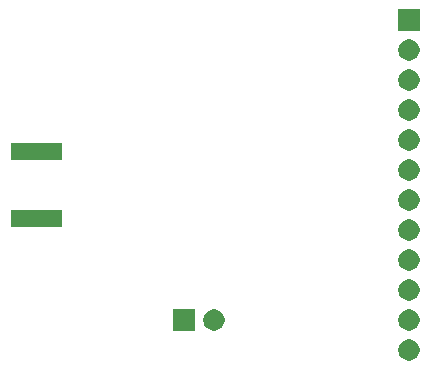
<source format=gbr>
G04 #@! TF.GenerationSoftware,KiCad,Pcbnew,(5.1.5)-3*
G04 #@! TF.CreationDate,2020-06-27T17:11:00-04:00*
G04 #@! TF.ProjectId,BreakoutSI4463PRORev2,42726561-6b6f-4757-9453-493434363350,rev?*
G04 #@! TF.SameCoordinates,Original*
G04 #@! TF.FileFunction,Soldermask,Bot*
G04 #@! TF.FilePolarity,Negative*
%FSLAX46Y46*%
G04 Gerber Fmt 4.6, Leading zero omitted, Abs format (unit mm)*
G04 Created by KiCad (PCBNEW (5.1.5)-3) date 2020-06-27 17:11:00*
%MOMM*%
%LPD*%
G04 APERTURE LIST*
%ADD10C,0.100000*%
G04 APERTURE END LIST*
D10*
G36*
X147433512Y-118483927D02*
G01*
X147582812Y-118513624D01*
X147746784Y-118581544D01*
X147894354Y-118680147D01*
X148019853Y-118805646D01*
X148118456Y-118953216D01*
X148186376Y-119117188D01*
X148221000Y-119291259D01*
X148221000Y-119468741D01*
X148186376Y-119642812D01*
X148118456Y-119806784D01*
X148019853Y-119954354D01*
X147894354Y-120079853D01*
X147746784Y-120178456D01*
X147582812Y-120246376D01*
X147433512Y-120276073D01*
X147408742Y-120281000D01*
X147231258Y-120281000D01*
X147206488Y-120276073D01*
X147057188Y-120246376D01*
X146893216Y-120178456D01*
X146745646Y-120079853D01*
X146620147Y-119954354D01*
X146521544Y-119806784D01*
X146453624Y-119642812D01*
X146419000Y-119468741D01*
X146419000Y-119291259D01*
X146453624Y-119117188D01*
X146521544Y-118953216D01*
X146620147Y-118805646D01*
X146745646Y-118680147D01*
X146893216Y-118581544D01*
X147057188Y-118513624D01*
X147206488Y-118483927D01*
X147231258Y-118479000D01*
X147408742Y-118479000D01*
X147433512Y-118483927D01*
G37*
G36*
X147433512Y-115943927D02*
G01*
X147582812Y-115973624D01*
X147746784Y-116041544D01*
X147894354Y-116140147D01*
X148019853Y-116265646D01*
X148118456Y-116413216D01*
X148186376Y-116577188D01*
X148221000Y-116751259D01*
X148221000Y-116928741D01*
X148186376Y-117102812D01*
X148118456Y-117266784D01*
X148019853Y-117414354D01*
X147894354Y-117539853D01*
X147746784Y-117638456D01*
X147582812Y-117706376D01*
X147433512Y-117736073D01*
X147408742Y-117741000D01*
X147231258Y-117741000D01*
X147206488Y-117736073D01*
X147057188Y-117706376D01*
X146893216Y-117638456D01*
X146745646Y-117539853D01*
X146620147Y-117414354D01*
X146521544Y-117266784D01*
X146453624Y-117102812D01*
X146419000Y-116928741D01*
X146419000Y-116751259D01*
X146453624Y-116577188D01*
X146521544Y-116413216D01*
X146620147Y-116265646D01*
X146745646Y-116140147D01*
X146893216Y-116041544D01*
X147057188Y-115973624D01*
X147206488Y-115943927D01*
X147231258Y-115939000D01*
X147408742Y-115939000D01*
X147433512Y-115943927D01*
G37*
G36*
X129171000Y-117741000D02*
G01*
X127369000Y-117741000D01*
X127369000Y-115939000D01*
X129171000Y-115939000D01*
X129171000Y-117741000D01*
G37*
G36*
X130923512Y-115943927D02*
G01*
X131072812Y-115973624D01*
X131236784Y-116041544D01*
X131384354Y-116140147D01*
X131509853Y-116265646D01*
X131608456Y-116413216D01*
X131676376Y-116577188D01*
X131711000Y-116751259D01*
X131711000Y-116928741D01*
X131676376Y-117102812D01*
X131608456Y-117266784D01*
X131509853Y-117414354D01*
X131384354Y-117539853D01*
X131236784Y-117638456D01*
X131072812Y-117706376D01*
X130923512Y-117736073D01*
X130898742Y-117741000D01*
X130721258Y-117741000D01*
X130696488Y-117736073D01*
X130547188Y-117706376D01*
X130383216Y-117638456D01*
X130235646Y-117539853D01*
X130110147Y-117414354D01*
X130011544Y-117266784D01*
X129943624Y-117102812D01*
X129909000Y-116928741D01*
X129909000Y-116751259D01*
X129943624Y-116577188D01*
X130011544Y-116413216D01*
X130110147Y-116265646D01*
X130235646Y-116140147D01*
X130383216Y-116041544D01*
X130547188Y-115973624D01*
X130696488Y-115943927D01*
X130721258Y-115939000D01*
X130898742Y-115939000D01*
X130923512Y-115943927D01*
G37*
G36*
X147433512Y-113403927D02*
G01*
X147582812Y-113433624D01*
X147746784Y-113501544D01*
X147894354Y-113600147D01*
X148019853Y-113725646D01*
X148118456Y-113873216D01*
X148186376Y-114037188D01*
X148221000Y-114211259D01*
X148221000Y-114388741D01*
X148186376Y-114562812D01*
X148118456Y-114726784D01*
X148019853Y-114874354D01*
X147894354Y-114999853D01*
X147746784Y-115098456D01*
X147582812Y-115166376D01*
X147433512Y-115196073D01*
X147408742Y-115201000D01*
X147231258Y-115201000D01*
X147206488Y-115196073D01*
X147057188Y-115166376D01*
X146893216Y-115098456D01*
X146745646Y-114999853D01*
X146620147Y-114874354D01*
X146521544Y-114726784D01*
X146453624Y-114562812D01*
X146419000Y-114388741D01*
X146419000Y-114211259D01*
X146453624Y-114037188D01*
X146521544Y-113873216D01*
X146620147Y-113725646D01*
X146745646Y-113600147D01*
X146893216Y-113501544D01*
X147057188Y-113433624D01*
X147206488Y-113403927D01*
X147231258Y-113399000D01*
X147408742Y-113399000D01*
X147433512Y-113403927D01*
G37*
G36*
X147433512Y-110863927D02*
G01*
X147582812Y-110893624D01*
X147746784Y-110961544D01*
X147894354Y-111060147D01*
X148019853Y-111185646D01*
X148118456Y-111333216D01*
X148186376Y-111497188D01*
X148221000Y-111671259D01*
X148221000Y-111848741D01*
X148186376Y-112022812D01*
X148118456Y-112186784D01*
X148019853Y-112334354D01*
X147894354Y-112459853D01*
X147746784Y-112558456D01*
X147582812Y-112626376D01*
X147433512Y-112656073D01*
X147408742Y-112661000D01*
X147231258Y-112661000D01*
X147206488Y-112656073D01*
X147057188Y-112626376D01*
X146893216Y-112558456D01*
X146745646Y-112459853D01*
X146620147Y-112334354D01*
X146521544Y-112186784D01*
X146453624Y-112022812D01*
X146419000Y-111848741D01*
X146419000Y-111671259D01*
X146453624Y-111497188D01*
X146521544Y-111333216D01*
X146620147Y-111185646D01*
X146745646Y-111060147D01*
X146893216Y-110961544D01*
X147057188Y-110893624D01*
X147206488Y-110863927D01*
X147231258Y-110859000D01*
X147408742Y-110859000D01*
X147433512Y-110863927D01*
G37*
G36*
X147433512Y-108323927D02*
G01*
X147582812Y-108353624D01*
X147746784Y-108421544D01*
X147894354Y-108520147D01*
X148019853Y-108645646D01*
X148118456Y-108793216D01*
X148186376Y-108957188D01*
X148221000Y-109131259D01*
X148221000Y-109308741D01*
X148186376Y-109482812D01*
X148118456Y-109646784D01*
X148019853Y-109794354D01*
X147894354Y-109919853D01*
X147746784Y-110018456D01*
X147582812Y-110086376D01*
X147433512Y-110116073D01*
X147408742Y-110121000D01*
X147231258Y-110121000D01*
X147206488Y-110116073D01*
X147057188Y-110086376D01*
X146893216Y-110018456D01*
X146745646Y-109919853D01*
X146620147Y-109794354D01*
X146521544Y-109646784D01*
X146453624Y-109482812D01*
X146419000Y-109308741D01*
X146419000Y-109131259D01*
X146453624Y-108957188D01*
X146521544Y-108793216D01*
X146620147Y-108645646D01*
X146745646Y-108520147D01*
X146893216Y-108421544D01*
X147057188Y-108353624D01*
X147206488Y-108323927D01*
X147231258Y-108319000D01*
X147408742Y-108319000D01*
X147433512Y-108323927D01*
G37*
G36*
X117921000Y-108961000D02*
G01*
X113619000Y-108961000D01*
X113619000Y-107509000D01*
X117921000Y-107509000D01*
X117921000Y-108961000D01*
G37*
G36*
X147433512Y-105783927D02*
G01*
X147582812Y-105813624D01*
X147746784Y-105881544D01*
X147894354Y-105980147D01*
X148019853Y-106105646D01*
X148118456Y-106253216D01*
X148186376Y-106417188D01*
X148221000Y-106591259D01*
X148221000Y-106768741D01*
X148186376Y-106942812D01*
X148118456Y-107106784D01*
X148019853Y-107254354D01*
X147894354Y-107379853D01*
X147746784Y-107478456D01*
X147582812Y-107546376D01*
X147433512Y-107576073D01*
X147408742Y-107581000D01*
X147231258Y-107581000D01*
X147206488Y-107576073D01*
X147057188Y-107546376D01*
X146893216Y-107478456D01*
X146745646Y-107379853D01*
X146620147Y-107254354D01*
X146521544Y-107106784D01*
X146453624Y-106942812D01*
X146419000Y-106768741D01*
X146419000Y-106591259D01*
X146453624Y-106417188D01*
X146521544Y-106253216D01*
X146620147Y-106105646D01*
X146745646Y-105980147D01*
X146893216Y-105881544D01*
X147057188Y-105813624D01*
X147206488Y-105783927D01*
X147231258Y-105779000D01*
X147408742Y-105779000D01*
X147433512Y-105783927D01*
G37*
G36*
X147433512Y-103243927D02*
G01*
X147582812Y-103273624D01*
X147746784Y-103341544D01*
X147894354Y-103440147D01*
X148019853Y-103565646D01*
X148118456Y-103713216D01*
X148186376Y-103877188D01*
X148221000Y-104051259D01*
X148221000Y-104228741D01*
X148186376Y-104402812D01*
X148118456Y-104566784D01*
X148019853Y-104714354D01*
X147894354Y-104839853D01*
X147746784Y-104938456D01*
X147582812Y-105006376D01*
X147433512Y-105036073D01*
X147408742Y-105041000D01*
X147231258Y-105041000D01*
X147206488Y-105036073D01*
X147057188Y-105006376D01*
X146893216Y-104938456D01*
X146745646Y-104839853D01*
X146620147Y-104714354D01*
X146521544Y-104566784D01*
X146453624Y-104402812D01*
X146419000Y-104228741D01*
X146419000Y-104051259D01*
X146453624Y-103877188D01*
X146521544Y-103713216D01*
X146620147Y-103565646D01*
X146745646Y-103440147D01*
X146893216Y-103341544D01*
X147057188Y-103273624D01*
X147206488Y-103243927D01*
X147231258Y-103239000D01*
X147408742Y-103239000D01*
X147433512Y-103243927D01*
G37*
G36*
X117921000Y-103311000D02*
G01*
X113619000Y-103311000D01*
X113619000Y-101859000D01*
X117921000Y-101859000D01*
X117921000Y-103311000D01*
G37*
G36*
X147433512Y-100703927D02*
G01*
X147582812Y-100733624D01*
X147746784Y-100801544D01*
X147894354Y-100900147D01*
X148019853Y-101025646D01*
X148118456Y-101173216D01*
X148186376Y-101337188D01*
X148221000Y-101511259D01*
X148221000Y-101688741D01*
X148186376Y-101862812D01*
X148118456Y-102026784D01*
X148019853Y-102174354D01*
X147894354Y-102299853D01*
X147746784Y-102398456D01*
X147582812Y-102466376D01*
X147433512Y-102496073D01*
X147408742Y-102501000D01*
X147231258Y-102501000D01*
X147206488Y-102496073D01*
X147057188Y-102466376D01*
X146893216Y-102398456D01*
X146745646Y-102299853D01*
X146620147Y-102174354D01*
X146521544Y-102026784D01*
X146453624Y-101862812D01*
X146419000Y-101688741D01*
X146419000Y-101511259D01*
X146453624Y-101337188D01*
X146521544Y-101173216D01*
X146620147Y-101025646D01*
X146745646Y-100900147D01*
X146893216Y-100801544D01*
X147057188Y-100733624D01*
X147206488Y-100703927D01*
X147231258Y-100699000D01*
X147408742Y-100699000D01*
X147433512Y-100703927D01*
G37*
G36*
X147433512Y-98163927D02*
G01*
X147582812Y-98193624D01*
X147746784Y-98261544D01*
X147894354Y-98360147D01*
X148019853Y-98485646D01*
X148118456Y-98633216D01*
X148186376Y-98797188D01*
X148221000Y-98971259D01*
X148221000Y-99148741D01*
X148186376Y-99322812D01*
X148118456Y-99486784D01*
X148019853Y-99634354D01*
X147894354Y-99759853D01*
X147746784Y-99858456D01*
X147582812Y-99926376D01*
X147433512Y-99956073D01*
X147408742Y-99961000D01*
X147231258Y-99961000D01*
X147206488Y-99956073D01*
X147057188Y-99926376D01*
X146893216Y-99858456D01*
X146745646Y-99759853D01*
X146620147Y-99634354D01*
X146521544Y-99486784D01*
X146453624Y-99322812D01*
X146419000Y-99148741D01*
X146419000Y-98971259D01*
X146453624Y-98797188D01*
X146521544Y-98633216D01*
X146620147Y-98485646D01*
X146745646Y-98360147D01*
X146893216Y-98261544D01*
X147057188Y-98193624D01*
X147206488Y-98163927D01*
X147231258Y-98159000D01*
X147408742Y-98159000D01*
X147433512Y-98163927D01*
G37*
G36*
X147433512Y-95623927D02*
G01*
X147582812Y-95653624D01*
X147746784Y-95721544D01*
X147894354Y-95820147D01*
X148019853Y-95945646D01*
X148118456Y-96093216D01*
X148186376Y-96257188D01*
X148221000Y-96431259D01*
X148221000Y-96608741D01*
X148186376Y-96782812D01*
X148118456Y-96946784D01*
X148019853Y-97094354D01*
X147894354Y-97219853D01*
X147746784Y-97318456D01*
X147582812Y-97386376D01*
X147433512Y-97416073D01*
X147408742Y-97421000D01*
X147231258Y-97421000D01*
X147206488Y-97416073D01*
X147057188Y-97386376D01*
X146893216Y-97318456D01*
X146745646Y-97219853D01*
X146620147Y-97094354D01*
X146521544Y-96946784D01*
X146453624Y-96782812D01*
X146419000Y-96608741D01*
X146419000Y-96431259D01*
X146453624Y-96257188D01*
X146521544Y-96093216D01*
X146620147Y-95945646D01*
X146745646Y-95820147D01*
X146893216Y-95721544D01*
X147057188Y-95653624D01*
X147206488Y-95623927D01*
X147231258Y-95619000D01*
X147408742Y-95619000D01*
X147433512Y-95623927D01*
G37*
G36*
X147433512Y-93083927D02*
G01*
X147582812Y-93113624D01*
X147746784Y-93181544D01*
X147894354Y-93280147D01*
X148019853Y-93405646D01*
X148118456Y-93553216D01*
X148186376Y-93717188D01*
X148221000Y-93891259D01*
X148221000Y-94068741D01*
X148186376Y-94242812D01*
X148118456Y-94406784D01*
X148019853Y-94554354D01*
X147894354Y-94679853D01*
X147746784Y-94778456D01*
X147582812Y-94846376D01*
X147433512Y-94876073D01*
X147408742Y-94881000D01*
X147231258Y-94881000D01*
X147206488Y-94876073D01*
X147057188Y-94846376D01*
X146893216Y-94778456D01*
X146745646Y-94679853D01*
X146620147Y-94554354D01*
X146521544Y-94406784D01*
X146453624Y-94242812D01*
X146419000Y-94068741D01*
X146419000Y-93891259D01*
X146453624Y-93717188D01*
X146521544Y-93553216D01*
X146620147Y-93405646D01*
X146745646Y-93280147D01*
X146893216Y-93181544D01*
X147057188Y-93113624D01*
X147206488Y-93083927D01*
X147231258Y-93079000D01*
X147408742Y-93079000D01*
X147433512Y-93083927D01*
G37*
G36*
X148221000Y-92341000D02*
G01*
X146419000Y-92341000D01*
X146419000Y-90539000D01*
X148221000Y-90539000D01*
X148221000Y-92341000D01*
G37*
M02*

</source>
